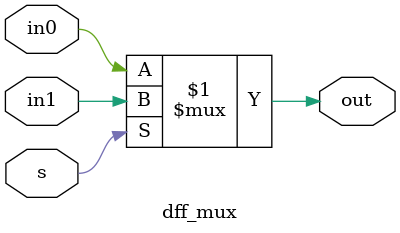
<source format=v>
`timescale 1ns / 1ps


module dff_mux(
input s,in0,in1,
output out
 );
 assign out =s?in1:in0;
endmodule


</source>
